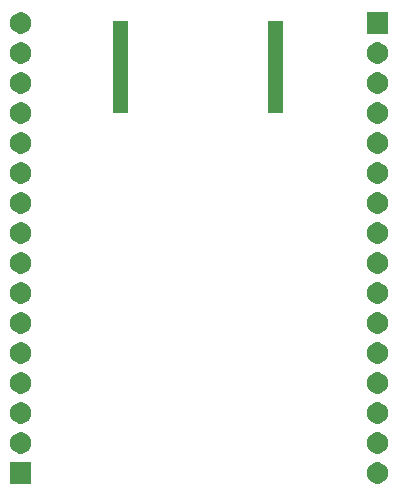
<source format=gbr>
G04 #@! TF.GenerationSoftware,KiCad,Pcbnew,(5.1.5)-3*
G04 #@! TF.CreationDate,2020-02-24T20:26:35-05:00*
G04 #@! TF.ProjectId,SRAM CY7C109D-10XI,5352414d-2043-4593-9743-313039442d31,rev?*
G04 #@! TF.SameCoordinates,Original*
G04 #@! TF.FileFunction,Soldermask,Top*
G04 #@! TF.FilePolarity,Negative*
%FSLAX46Y46*%
G04 Gerber Fmt 4.6, Leading zero omitted, Abs format (unit mm)*
G04 Created by KiCad (PCBNEW (5.1.5)-3) date 2020-02-24 20:26:35*
%MOMM*%
%LPD*%
G04 APERTURE LIST*
%ADD10C,0.100000*%
G04 APERTURE END LIST*
D10*
G36*
X125313512Y-143453927D02*
G01*
X125462812Y-143483624D01*
X125626784Y-143551544D01*
X125774354Y-143650147D01*
X125899853Y-143775646D01*
X125998456Y-143923216D01*
X126066376Y-144087188D01*
X126101000Y-144261259D01*
X126101000Y-144438741D01*
X126066376Y-144612812D01*
X125998456Y-144776784D01*
X125899853Y-144924354D01*
X125774354Y-145049853D01*
X125626784Y-145148456D01*
X125462812Y-145216376D01*
X125313512Y-145246073D01*
X125288742Y-145251000D01*
X125111258Y-145251000D01*
X125086488Y-145246073D01*
X124937188Y-145216376D01*
X124773216Y-145148456D01*
X124625646Y-145049853D01*
X124500147Y-144924354D01*
X124401544Y-144776784D01*
X124333624Y-144612812D01*
X124299000Y-144438741D01*
X124299000Y-144261259D01*
X124333624Y-144087188D01*
X124401544Y-143923216D01*
X124500147Y-143775646D01*
X124625646Y-143650147D01*
X124773216Y-143551544D01*
X124937188Y-143483624D01*
X125086488Y-143453927D01*
X125111258Y-143449000D01*
X125288742Y-143449000D01*
X125313512Y-143453927D01*
G37*
G36*
X95901000Y-145251000D02*
G01*
X94099000Y-145251000D01*
X94099000Y-143449000D01*
X95901000Y-143449000D01*
X95901000Y-145251000D01*
G37*
G36*
X125313512Y-140913927D02*
G01*
X125462812Y-140943624D01*
X125626784Y-141011544D01*
X125774354Y-141110147D01*
X125899853Y-141235646D01*
X125998456Y-141383216D01*
X126066376Y-141547188D01*
X126101000Y-141721259D01*
X126101000Y-141898741D01*
X126066376Y-142072812D01*
X125998456Y-142236784D01*
X125899853Y-142384354D01*
X125774354Y-142509853D01*
X125626784Y-142608456D01*
X125462812Y-142676376D01*
X125313512Y-142706073D01*
X125288742Y-142711000D01*
X125111258Y-142711000D01*
X125086488Y-142706073D01*
X124937188Y-142676376D01*
X124773216Y-142608456D01*
X124625646Y-142509853D01*
X124500147Y-142384354D01*
X124401544Y-142236784D01*
X124333624Y-142072812D01*
X124299000Y-141898741D01*
X124299000Y-141721259D01*
X124333624Y-141547188D01*
X124401544Y-141383216D01*
X124500147Y-141235646D01*
X124625646Y-141110147D01*
X124773216Y-141011544D01*
X124937188Y-140943624D01*
X125086488Y-140913927D01*
X125111258Y-140909000D01*
X125288742Y-140909000D01*
X125313512Y-140913927D01*
G37*
G36*
X95113512Y-140913927D02*
G01*
X95262812Y-140943624D01*
X95426784Y-141011544D01*
X95574354Y-141110147D01*
X95699853Y-141235646D01*
X95798456Y-141383216D01*
X95866376Y-141547188D01*
X95901000Y-141721259D01*
X95901000Y-141898741D01*
X95866376Y-142072812D01*
X95798456Y-142236784D01*
X95699853Y-142384354D01*
X95574354Y-142509853D01*
X95426784Y-142608456D01*
X95262812Y-142676376D01*
X95113512Y-142706073D01*
X95088742Y-142711000D01*
X94911258Y-142711000D01*
X94886488Y-142706073D01*
X94737188Y-142676376D01*
X94573216Y-142608456D01*
X94425646Y-142509853D01*
X94300147Y-142384354D01*
X94201544Y-142236784D01*
X94133624Y-142072812D01*
X94099000Y-141898741D01*
X94099000Y-141721259D01*
X94133624Y-141547188D01*
X94201544Y-141383216D01*
X94300147Y-141235646D01*
X94425646Y-141110147D01*
X94573216Y-141011544D01*
X94737188Y-140943624D01*
X94886488Y-140913927D01*
X94911258Y-140909000D01*
X95088742Y-140909000D01*
X95113512Y-140913927D01*
G37*
G36*
X95113512Y-138373927D02*
G01*
X95262812Y-138403624D01*
X95426784Y-138471544D01*
X95574354Y-138570147D01*
X95699853Y-138695646D01*
X95798456Y-138843216D01*
X95866376Y-139007188D01*
X95901000Y-139181259D01*
X95901000Y-139358741D01*
X95866376Y-139532812D01*
X95798456Y-139696784D01*
X95699853Y-139844354D01*
X95574354Y-139969853D01*
X95426784Y-140068456D01*
X95262812Y-140136376D01*
X95113512Y-140166073D01*
X95088742Y-140171000D01*
X94911258Y-140171000D01*
X94886488Y-140166073D01*
X94737188Y-140136376D01*
X94573216Y-140068456D01*
X94425646Y-139969853D01*
X94300147Y-139844354D01*
X94201544Y-139696784D01*
X94133624Y-139532812D01*
X94099000Y-139358741D01*
X94099000Y-139181259D01*
X94133624Y-139007188D01*
X94201544Y-138843216D01*
X94300147Y-138695646D01*
X94425646Y-138570147D01*
X94573216Y-138471544D01*
X94737188Y-138403624D01*
X94886488Y-138373927D01*
X94911258Y-138369000D01*
X95088742Y-138369000D01*
X95113512Y-138373927D01*
G37*
G36*
X125313512Y-138373927D02*
G01*
X125462812Y-138403624D01*
X125626784Y-138471544D01*
X125774354Y-138570147D01*
X125899853Y-138695646D01*
X125998456Y-138843216D01*
X126066376Y-139007188D01*
X126101000Y-139181259D01*
X126101000Y-139358741D01*
X126066376Y-139532812D01*
X125998456Y-139696784D01*
X125899853Y-139844354D01*
X125774354Y-139969853D01*
X125626784Y-140068456D01*
X125462812Y-140136376D01*
X125313512Y-140166073D01*
X125288742Y-140171000D01*
X125111258Y-140171000D01*
X125086488Y-140166073D01*
X124937188Y-140136376D01*
X124773216Y-140068456D01*
X124625646Y-139969853D01*
X124500147Y-139844354D01*
X124401544Y-139696784D01*
X124333624Y-139532812D01*
X124299000Y-139358741D01*
X124299000Y-139181259D01*
X124333624Y-139007188D01*
X124401544Y-138843216D01*
X124500147Y-138695646D01*
X124625646Y-138570147D01*
X124773216Y-138471544D01*
X124937188Y-138403624D01*
X125086488Y-138373927D01*
X125111258Y-138369000D01*
X125288742Y-138369000D01*
X125313512Y-138373927D01*
G37*
G36*
X95113512Y-135833927D02*
G01*
X95262812Y-135863624D01*
X95426784Y-135931544D01*
X95574354Y-136030147D01*
X95699853Y-136155646D01*
X95798456Y-136303216D01*
X95866376Y-136467188D01*
X95901000Y-136641259D01*
X95901000Y-136818741D01*
X95866376Y-136992812D01*
X95798456Y-137156784D01*
X95699853Y-137304354D01*
X95574354Y-137429853D01*
X95426784Y-137528456D01*
X95262812Y-137596376D01*
X95113512Y-137626073D01*
X95088742Y-137631000D01*
X94911258Y-137631000D01*
X94886488Y-137626073D01*
X94737188Y-137596376D01*
X94573216Y-137528456D01*
X94425646Y-137429853D01*
X94300147Y-137304354D01*
X94201544Y-137156784D01*
X94133624Y-136992812D01*
X94099000Y-136818741D01*
X94099000Y-136641259D01*
X94133624Y-136467188D01*
X94201544Y-136303216D01*
X94300147Y-136155646D01*
X94425646Y-136030147D01*
X94573216Y-135931544D01*
X94737188Y-135863624D01*
X94886488Y-135833927D01*
X94911258Y-135829000D01*
X95088742Y-135829000D01*
X95113512Y-135833927D01*
G37*
G36*
X125313512Y-135833927D02*
G01*
X125462812Y-135863624D01*
X125626784Y-135931544D01*
X125774354Y-136030147D01*
X125899853Y-136155646D01*
X125998456Y-136303216D01*
X126066376Y-136467188D01*
X126101000Y-136641259D01*
X126101000Y-136818741D01*
X126066376Y-136992812D01*
X125998456Y-137156784D01*
X125899853Y-137304354D01*
X125774354Y-137429853D01*
X125626784Y-137528456D01*
X125462812Y-137596376D01*
X125313512Y-137626073D01*
X125288742Y-137631000D01*
X125111258Y-137631000D01*
X125086488Y-137626073D01*
X124937188Y-137596376D01*
X124773216Y-137528456D01*
X124625646Y-137429853D01*
X124500147Y-137304354D01*
X124401544Y-137156784D01*
X124333624Y-136992812D01*
X124299000Y-136818741D01*
X124299000Y-136641259D01*
X124333624Y-136467188D01*
X124401544Y-136303216D01*
X124500147Y-136155646D01*
X124625646Y-136030147D01*
X124773216Y-135931544D01*
X124937188Y-135863624D01*
X125086488Y-135833927D01*
X125111258Y-135829000D01*
X125288742Y-135829000D01*
X125313512Y-135833927D01*
G37*
G36*
X95113512Y-133293927D02*
G01*
X95262812Y-133323624D01*
X95426784Y-133391544D01*
X95574354Y-133490147D01*
X95699853Y-133615646D01*
X95798456Y-133763216D01*
X95866376Y-133927188D01*
X95901000Y-134101259D01*
X95901000Y-134278741D01*
X95866376Y-134452812D01*
X95798456Y-134616784D01*
X95699853Y-134764354D01*
X95574354Y-134889853D01*
X95426784Y-134988456D01*
X95262812Y-135056376D01*
X95113512Y-135086073D01*
X95088742Y-135091000D01*
X94911258Y-135091000D01*
X94886488Y-135086073D01*
X94737188Y-135056376D01*
X94573216Y-134988456D01*
X94425646Y-134889853D01*
X94300147Y-134764354D01*
X94201544Y-134616784D01*
X94133624Y-134452812D01*
X94099000Y-134278741D01*
X94099000Y-134101259D01*
X94133624Y-133927188D01*
X94201544Y-133763216D01*
X94300147Y-133615646D01*
X94425646Y-133490147D01*
X94573216Y-133391544D01*
X94737188Y-133323624D01*
X94886488Y-133293927D01*
X94911258Y-133289000D01*
X95088742Y-133289000D01*
X95113512Y-133293927D01*
G37*
G36*
X125313512Y-133293927D02*
G01*
X125462812Y-133323624D01*
X125626784Y-133391544D01*
X125774354Y-133490147D01*
X125899853Y-133615646D01*
X125998456Y-133763216D01*
X126066376Y-133927188D01*
X126101000Y-134101259D01*
X126101000Y-134278741D01*
X126066376Y-134452812D01*
X125998456Y-134616784D01*
X125899853Y-134764354D01*
X125774354Y-134889853D01*
X125626784Y-134988456D01*
X125462812Y-135056376D01*
X125313512Y-135086073D01*
X125288742Y-135091000D01*
X125111258Y-135091000D01*
X125086488Y-135086073D01*
X124937188Y-135056376D01*
X124773216Y-134988456D01*
X124625646Y-134889853D01*
X124500147Y-134764354D01*
X124401544Y-134616784D01*
X124333624Y-134452812D01*
X124299000Y-134278741D01*
X124299000Y-134101259D01*
X124333624Y-133927188D01*
X124401544Y-133763216D01*
X124500147Y-133615646D01*
X124625646Y-133490147D01*
X124773216Y-133391544D01*
X124937188Y-133323624D01*
X125086488Y-133293927D01*
X125111258Y-133289000D01*
X125288742Y-133289000D01*
X125313512Y-133293927D01*
G37*
G36*
X95113512Y-130753927D02*
G01*
X95262812Y-130783624D01*
X95426784Y-130851544D01*
X95574354Y-130950147D01*
X95699853Y-131075646D01*
X95798456Y-131223216D01*
X95866376Y-131387188D01*
X95901000Y-131561259D01*
X95901000Y-131738741D01*
X95866376Y-131912812D01*
X95798456Y-132076784D01*
X95699853Y-132224354D01*
X95574354Y-132349853D01*
X95426784Y-132448456D01*
X95262812Y-132516376D01*
X95113512Y-132546073D01*
X95088742Y-132551000D01*
X94911258Y-132551000D01*
X94886488Y-132546073D01*
X94737188Y-132516376D01*
X94573216Y-132448456D01*
X94425646Y-132349853D01*
X94300147Y-132224354D01*
X94201544Y-132076784D01*
X94133624Y-131912812D01*
X94099000Y-131738741D01*
X94099000Y-131561259D01*
X94133624Y-131387188D01*
X94201544Y-131223216D01*
X94300147Y-131075646D01*
X94425646Y-130950147D01*
X94573216Y-130851544D01*
X94737188Y-130783624D01*
X94886488Y-130753927D01*
X94911258Y-130749000D01*
X95088742Y-130749000D01*
X95113512Y-130753927D01*
G37*
G36*
X125313512Y-130753927D02*
G01*
X125462812Y-130783624D01*
X125626784Y-130851544D01*
X125774354Y-130950147D01*
X125899853Y-131075646D01*
X125998456Y-131223216D01*
X126066376Y-131387188D01*
X126101000Y-131561259D01*
X126101000Y-131738741D01*
X126066376Y-131912812D01*
X125998456Y-132076784D01*
X125899853Y-132224354D01*
X125774354Y-132349853D01*
X125626784Y-132448456D01*
X125462812Y-132516376D01*
X125313512Y-132546073D01*
X125288742Y-132551000D01*
X125111258Y-132551000D01*
X125086488Y-132546073D01*
X124937188Y-132516376D01*
X124773216Y-132448456D01*
X124625646Y-132349853D01*
X124500147Y-132224354D01*
X124401544Y-132076784D01*
X124333624Y-131912812D01*
X124299000Y-131738741D01*
X124299000Y-131561259D01*
X124333624Y-131387188D01*
X124401544Y-131223216D01*
X124500147Y-131075646D01*
X124625646Y-130950147D01*
X124773216Y-130851544D01*
X124937188Y-130783624D01*
X125086488Y-130753927D01*
X125111258Y-130749000D01*
X125288742Y-130749000D01*
X125313512Y-130753927D01*
G37*
G36*
X125313512Y-128213927D02*
G01*
X125462812Y-128243624D01*
X125626784Y-128311544D01*
X125774354Y-128410147D01*
X125899853Y-128535646D01*
X125998456Y-128683216D01*
X126066376Y-128847188D01*
X126101000Y-129021259D01*
X126101000Y-129198741D01*
X126066376Y-129372812D01*
X125998456Y-129536784D01*
X125899853Y-129684354D01*
X125774354Y-129809853D01*
X125626784Y-129908456D01*
X125462812Y-129976376D01*
X125313512Y-130006073D01*
X125288742Y-130011000D01*
X125111258Y-130011000D01*
X125086488Y-130006073D01*
X124937188Y-129976376D01*
X124773216Y-129908456D01*
X124625646Y-129809853D01*
X124500147Y-129684354D01*
X124401544Y-129536784D01*
X124333624Y-129372812D01*
X124299000Y-129198741D01*
X124299000Y-129021259D01*
X124333624Y-128847188D01*
X124401544Y-128683216D01*
X124500147Y-128535646D01*
X124625646Y-128410147D01*
X124773216Y-128311544D01*
X124937188Y-128243624D01*
X125086488Y-128213927D01*
X125111258Y-128209000D01*
X125288742Y-128209000D01*
X125313512Y-128213927D01*
G37*
G36*
X95113512Y-128213927D02*
G01*
X95262812Y-128243624D01*
X95426784Y-128311544D01*
X95574354Y-128410147D01*
X95699853Y-128535646D01*
X95798456Y-128683216D01*
X95866376Y-128847188D01*
X95901000Y-129021259D01*
X95901000Y-129198741D01*
X95866376Y-129372812D01*
X95798456Y-129536784D01*
X95699853Y-129684354D01*
X95574354Y-129809853D01*
X95426784Y-129908456D01*
X95262812Y-129976376D01*
X95113512Y-130006073D01*
X95088742Y-130011000D01*
X94911258Y-130011000D01*
X94886488Y-130006073D01*
X94737188Y-129976376D01*
X94573216Y-129908456D01*
X94425646Y-129809853D01*
X94300147Y-129684354D01*
X94201544Y-129536784D01*
X94133624Y-129372812D01*
X94099000Y-129198741D01*
X94099000Y-129021259D01*
X94133624Y-128847188D01*
X94201544Y-128683216D01*
X94300147Y-128535646D01*
X94425646Y-128410147D01*
X94573216Y-128311544D01*
X94737188Y-128243624D01*
X94886488Y-128213927D01*
X94911258Y-128209000D01*
X95088742Y-128209000D01*
X95113512Y-128213927D01*
G37*
G36*
X95113512Y-125673927D02*
G01*
X95262812Y-125703624D01*
X95426784Y-125771544D01*
X95574354Y-125870147D01*
X95699853Y-125995646D01*
X95798456Y-126143216D01*
X95866376Y-126307188D01*
X95901000Y-126481259D01*
X95901000Y-126658741D01*
X95866376Y-126832812D01*
X95798456Y-126996784D01*
X95699853Y-127144354D01*
X95574354Y-127269853D01*
X95426784Y-127368456D01*
X95262812Y-127436376D01*
X95113512Y-127466073D01*
X95088742Y-127471000D01*
X94911258Y-127471000D01*
X94886488Y-127466073D01*
X94737188Y-127436376D01*
X94573216Y-127368456D01*
X94425646Y-127269853D01*
X94300147Y-127144354D01*
X94201544Y-126996784D01*
X94133624Y-126832812D01*
X94099000Y-126658741D01*
X94099000Y-126481259D01*
X94133624Y-126307188D01*
X94201544Y-126143216D01*
X94300147Y-125995646D01*
X94425646Y-125870147D01*
X94573216Y-125771544D01*
X94737188Y-125703624D01*
X94886488Y-125673927D01*
X94911258Y-125669000D01*
X95088742Y-125669000D01*
X95113512Y-125673927D01*
G37*
G36*
X125313512Y-125673927D02*
G01*
X125462812Y-125703624D01*
X125626784Y-125771544D01*
X125774354Y-125870147D01*
X125899853Y-125995646D01*
X125998456Y-126143216D01*
X126066376Y-126307188D01*
X126101000Y-126481259D01*
X126101000Y-126658741D01*
X126066376Y-126832812D01*
X125998456Y-126996784D01*
X125899853Y-127144354D01*
X125774354Y-127269853D01*
X125626784Y-127368456D01*
X125462812Y-127436376D01*
X125313512Y-127466073D01*
X125288742Y-127471000D01*
X125111258Y-127471000D01*
X125086488Y-127466073D01*
X124937188Y-127436376D01*
X124773216Y-127368456D01*
X124625646Y-127269853D01*
X124500147Y-127144354D01*
X124401544Y-126996784D01*
X124333624Y-126832812D01*
X124299000Y-126658741D01*
X124299000Y-126481259D01*
X124333624Y-126307188D01*
X124401544Y-126143216D01*
X124500147Y-125995646D01*
X124625646Y-125870147D01*
X124773216Y-125771544D01*
X124937188Y-125703624D01*
X125086488Y-125673927D01*
X125111258Y-125669000D01*
X125288742Y-125669000D01*
X125313512Y-125673927D01*
G37*
G36*
X125313512Y-123133927D02*
G01*
X125462812Y-123163624D01*
X125626784Y-123231544D01*
X125774354Y-123330147D01*
X125899853Y-123455646D01*
X125998456Y-123603216D01*
X126066376Y-123767188D01*
X126101000Y-123941259D01*
X126101000Y-124118741D01*
X126066376Y-124292812D01*
X125998456Y-124456784D01*
X125899853Y-124604354D01*
X125774354Y-124729853D01*
X125626784Y-124828456D01*
X125462812Y-124896376D01*
X125313512Y-124926073D01*
X125288742Y-124931000D01*
X125111258Y-124931000D01*
X125086488Y-124926073D01*
X124937188Y-124896376D01*
X124773216Y-124828456D01*
X124625646Y-124729853D01*
X124500147Y-124604354D01*
X124401544Y-124456784D01*
X124333624Y-124292812D01*
X124299000Y-124118741D01*
X124299000Y-123941259D01*
X124333624Y-123767188D01*
X124401544Y-123603216D01*
X124500147Y-123455646D01*
X124625646Y-123330147D01*
X124773216Y-123231544D01*
X124937188Y-123163624D01*
X125086488Y-123133927D01*
X125111258Y-123129000D01*
X125288742Y-123129000D01*
X125313512Y-123133927D01*
G37*
G36*
X95113512Y-123133927D02*
G01*
X95262812Y-123163624D01*
X95426784Y-123231544D01*
X95574354Y-123330147D01*
X95699853Y-123455646D01*
X95798456Y-123603216D01*
X95866376Y-123767188D01*
X95901000Y-123941259D01*
X95901000Y-124118741D01*
X95866376Y-124292812D01*
X95798456Y-124456784D01*
X95699853Y-124604354D01*
X95574354Y-124729853D01*
X95426784Y-124828456D01*
X95262812Y-124896376D01*
X95113512Y-124926073D01*
X95088742Y-124931000D01*
X94911258Y-124931000D01*
X94886488Y-124926073D01*
X94737188Y-124896376D01*
X94573216Y-124828456D01*
X94425646Y-124729853D01*
X94300147Y-124604354D01*
X94201544Y-124456784D01*
X94133624Y-124292812D01*
X94099000Y-124118741D01*
X94099000Y-123941259D01*
X94133624Y-123767188D01*
X94201544Y-123603216D01*
X94300147Y-123455646D01*
X94425646Y-123330147D01*
X94573216Y-123231544D01*
X94737188Y-123163624D01*
X94886488Y-123133927D01*
X94911258Y-123129000D01*
X95088742Y-123129000D01*
X95113512Y-123133927D01*
G37*
G36*
X95113512Y-120593927D02*
G01*
X95262812Y-120623624D01*
X95426784Y-120691544D01*
X95574354Y-120790147D01*
X95699853Y-120915646D01*
X95798456Y-121063216D01*
X95866376Y-121227188D01*
X95901000Y-121401259D01*
X95901000Y-121578741D01*
X95866376Y-121752812D01*
X95798456Y-121916784D01*
X95699853Y-122064354D01*
X95574354Y-122189853D01*
X95426784Y-122288456D01*
X95262812Y-122356376D01*
X95113512Y-122386073D01*
X95088742Y-122391000D01*
X94911258Y-122391000D01*
X94886488Y-122386073D01*
X94737188Y-122356376D01*
X94573216Y-122288456D01*
X94425646Y-122189853D01*
X94300147Y-122064354D01*
X94201544Y-121916784D01*
X94133624Y-121752812D01*
X94099000Y-121578741D01*
X94099000Y-121401259D01*
X94133624Y-121227188D01*
X94201544Y-121063216D01*
X94300147Y-120915646D01*
X94425646Y-120790147D01*
X94573216Y-120691544D01*
X94737188Y-120623624D01*
X94886488Y-120593927D01*
X94911258Y-120589000D01*
X95088742Y-120589000D01*
X95113512Y-120593927D01*
G37*
G36*
X125313512Y-120593927D02*
G01*
X125462812Y-120623624D01*
X125626784Y-120691544D01*
X125774354Y-120790147D01*
X125899853Y-120915646D01*
X125998456Y-121063216D01*
X126066376Y-121227188D01*
X126101000Y-121401259D01*
X126101000Y-121578741D01*
X126066376Y-121752812D01*
X125998456Y-121916784D01*
X125899853Y-122064354D01*
X125774354Y-122189853D01*
X125626784Y-122288456D01*
X125462812Y-122356376D01*
X125313512Y-122386073D01*
X125288742Y-122391000D01*
X125111258Y-122391000D01*
X125086488Y-122386073D01*
X124937188Y-122356376D01*
X124773216Y-122288456D01*
X124625646Y-122189853D01*
X124500147Y-122064354D01*
X124401544Y-121916784D01*
X124333624Y-121752812D01*
X124299000Y-121578741D01*
X124299000Y-121401259D01*
X124333624Y-121227188D01*
X124401544Y-121063216D01*
X124500147Y-120915646D01*
X124625646Y-120790147D01*
X124773216Y-120691544D01*
X124937188Y-120623624D01*
X125086488Y-120593927D01*
X125111258Y-120589000D01*
X125288742Y-120589000D01*
X125313512Y-120593927D01*
G37*
G36*
X95113512Y-118053927D02*
G01*
X95262812Y-118083624D01*
X95426784Y-118151544D01*
X95574354Y-118250147D01*
X95699853Y-118375646D01*
X95798456Y-118523216D01*
X95866376Y-118687188D01*
X95901000Y-118861259D01*
X95901000Y-119038741D01*
X95866376Y-119212812D01*
X95798456Y-119376784D01*
X95699853Y-119524354D01*
X95574354Y-119649853D01*
X95426784Y-119748456D01*
X95262812Y-119816376D01*
X95113512Y-119846073D01*
X95088742Y-119851000D01*
X94911258Y-119851000D01*
X94886488Y-119846073D01*
X94737188Y-119816376D01*
X94573216Y-119748456D01*
X94425646Y-119649853D01*
X94300147Y-119524354D01*
X94201544Y-119376784D01*
X94133624Y-119212812D01*
X94099000Y-119038741D01*
X94099000Y-118861259D01*
X94133624Y-118687188D01*
X94201544Y-118523216D01*
X94300147Y-118375646D01*
X94425646Y-118250147D01*
X94573216Y-118151544D01*
X94737188Y-118083624D01*
X94886488Y-118053927D01*
X94911258Y-118049000D01*
X95088742Y-118049000D01*
X95113512Y-118053927D01*
G37*
G36*
X125313512Y-118053927D02*
G01*
X125462812Y-118083624D01*
X125626784Y-118151544D01*
X125774354Y-118250147D01*
X125899853Y-118375646D01*
X125998456Y-118523216D01*
X126066376Y-118687188D01*
X126101000Y-118861259D01*
X126101000Y-119038741D01*
X126066376Y-119212812D01*
X125998456Y-119376784D01*
X125899853Y-119524354D01*
X125774354Y-119649853D01*
X125626784Y-119748456D01*
X125462812Y-119816376D01*
X125313512Y-119846073D01*
X125288742Y-119851000D01*
X125111258Y-119851000D01*
X125086488Y-119846073D01*
X124937188Y-119816376D01*
X124773216Y-119748456D01*
X124625646Y-119649853D01*
X124500147Y-119524354D01*
X124401544Y-119376784D01*
X124333624Y-119212812D01*
X124299000Y-119038741D01*
X124299000Y-118861259D01*
X124333624Y-118687188D01*
X124401544Y-118523216D01*
X124500147Y-118375646D01*
X124625646Y-118250147D01*
X124773216Y-118151544D01*
X124937188Y-118083624D01*
X125086488Y-118053927D01*
X125111258Y-118049000D01*
X125288742Y-118049000D01*
X125313512Y-118053927D01*
G37*
G36*
X95113512Y-115513927D02*
G01*
X95262812Y-115543624D01*
X95426784Y-115611544D01*
X95574354Y-115710147D01*
X95699853Y-115835646D01*
X95798456Y-115983216D01*
X95866376Y-116147188D01*
X95901000Y-116321259D01*
X95901000Y-116498741D01*
X95866376Y-116672812D01*
X95798456Y-116836784D01*
X95699853Y-116984354D01*
X95574354Y-117109853D01*
X95426784Y-117208456D01*
X95262812Y-117276376D01*
X95113512Y-117306073D01*
X95088742Y-117311000D01*
X94911258Y-117311000D01*
X94886488Y-117306073D01*
X94737188Y-117276376D01*
X94573216Y-117208456D01*
X94425646Y-117109853D01*
X94300147Y-116984354D01*
X94201544Y-116836784D01*
X94133624Y-116672812D01*
X94099000Y-116498741D01*
X94099000Y-116321259D01*
X94133624Y-116147188D01*
X94201544Y-115983216D01*
X94300147Y-115835646D01*
X94425646Y-115710147D01*
X94573216Y-115611544D01*
X94737188Y-115543624D01*
X94886488Y-115513927D01*
X94911258Y-115509000D01*
X95088742Y-115509000D01*
X95113512Y-115513927D01*
G37*
G36*
X125313512Y-115513927D02*
G01*
X125462812Y-115543624D01*
X125626784Y-115611544D01*
X125774354Y-115710147D01*
X125899853Y-115835646D01*
X125998456Y-115983216D01*
X126066376Y-116147188D01*
X126101000Y-116321259D01*
X126101000Y-116498741D01*
X126066376Y-116672812D01*
X125998456Y-116836784D01*
X125899853Y-116984354D01*
X125774354Y-117109853D01*
X125626784Y-117208456D01*
X125462812Y-117276376D01*
X125313512Y-117306073D01*
X125288742Y-117311000D01*
X125111258Y-117311000D01*
X125086488Y-117306073D01*
X124937188Y-117276376D01*
X124773216Y-117208456D01*
X124625646Y-117109853D01*
X124500147Y-116984354D01*
X124401544Y-116836784D01*
X124333624Y-116672812D01*
X124299000Y-116498741D01*
X124299000Y-116321259D01*
X124333624Y-116147188D01*
X124401544Y-115983216D01*
X124500147Y-115835646D01*
X124625646Y-115710147D01*
X124773216Y-115611544D01*
X124937188Y-115543624D01*
X125086488Y-115513927D01*
X125111258Y-115509000D01*
X125288742Y-115509000D01*
X125313512Y-115513927D01*
G37*
G36*
X125313512Y-112973927D02*
G01*
X125462812Y-113003624D01*
X125626784Y-113071544D01*
X125774354Y-113170147D01*
X125899853Y-113295646D01*
X125998456Y-113443216D01*
X126066376Y-113607188D01*
X126101000Y-113781259D01*
X126101000Y-113958741D01*
X126066376Y-114132812D01*
X125998456Y-114296784D01*
X125899853Y-114444354D01*
X125774354Y-114569853D01*
X125626784Y-114668456D01*
X125462812Y-114736376D01*
X125313512Y-114766073D01*
X125288742Y-114771000D01*
X125111258Y-114771000D01*
X125086488Y-114766073D01*
X124937188Y-114736376D01*
X124773216Y-114668456D01*
X124625646Y-114569853D01*
X124500147Y-114444354D01*
X124401544Y-114296784D01*
X124333624Y-114132812D01*
X124299000Y-113958741D01*
X124299000Y-113781259D01*
X124333624Y-113607188D01*
X124401544Y-113443216D01*
X124500147Y-113295646D01*
X124625646Y-113170147D01*
X124773216Y-113071544D01*
X124937188Y-113003624D01*
X125086488Y-112973927D01*
X125111258Y-112969000D01*
X125288742Y-112969000D01*
X125313512Y-112973927D01*
G37*
G36*
X95113512Y-112973927D02*
G01*
X95262812Y-113003624D01*
X95426784Y-113071544D01*
X95574354Y-113170147D01*
X95699853Y-113295646D01*
X95798456Y-113443216D01*
X95866376Y-113607188D01*
X95901000Y-113781259D01*
X95901000Y-113958741D01*
X95866376Y-114132812D01*
X95798456Y-114296784D01*
X95699853Y-114444354D01*
X95574354Y-114569853D01*
X95426784Y-114668456D01*
X95262812Y-114736376D01*
X95113512Y-114766073D01*
X95088742Y-114771000D01*
X94911258Y-114771000D01*
X94886488Y-114766073D01*
X94737188Y-114736376D01*
X94573216Y-114668456D01*
X94425646Y-114569853D01*
X94300147Y-114444354D01*
X94201544Y-114296784D01*
X94133624Y-114132812D01*
X94099000Y-113958741D01*
X94099000Y-113781259D01*
X94133624Y-113607188D01*
X94201544Y-113443216D01*
X94300147Y-113295646D01*
X94425646Y-113170147D01*
X94573216Y-113071544D01*
X94737188Y-113003624D01*
X94886488Y-112973927D01*
X94911258Y-112969000D01*
X95088742Y-112969000D01*
X95113512Y-112973927D01*
G37*
G36*
X117195497Y-113895300D02*
G01*
X115905299Y-113895300D01*
X115905299Y-106104700D01*
X117195497Y-106104700D01*
X117195497Y-113895300D01*
G37*
G36*
X104094701Y-113895300D02*
G01*
X102804503Y-113895300D01*
X102804503Y-106104700D01*
X104094701Y-106104700D01*
X104094701Y-113895300D01*
G37*
G36*
X125313512Y-110433927D02*
G01*
X125462812Y-110463624D01*
X125626784Y-110531544D01*
X125774354Y-110630147D01*
X125899853Y-110755646D01*
X125998456Y-110903216D01*
X126066376Y-111067188D01*
X126101000Y-111241259D01*
X126101000Y-111418741D01*
X126066376Y-111592812D01*
X125998456Y-111756784D01*
X125899853Y-111904354D01*
X125774354Y-112029853D01*
X125626784Y-112128456D01*
X125462812Y-112196376D01*
X125313512Y-112226073D01*
X125288742Y-112231000D01*
X125111258Y-112231000D01*
X125086488Y-112226073D01*
X124937188Y-112196376D01*
X124773216Y-112128456D01*
X124625646Y-112029853D01*
X124500147Y-111904354D01*
X124401544Y-111756784D01*
X124333624Y-111592812D01*
X124299000Y-111418741D01*
X124299000Y-111241259D01*
X124333624Y-111067188D01*
X124401544Y-110903216D01*
X124500147Y-110755646D01*
X124625646Y-110630147D01*
X124773216Y-110531544D01*
X124937188Y-110463624D01*
X125086488Y-110433927D01*
X125111258Y-110429000D01*
X125288742Y-110429000D01*
X125313512Y-110433927D01*
G37*
G36*
X95113512Y-110433927D02*
G01*
X95262812Y-110463624D01*
X95426784Y-110531544D01*
X95574354Y-110630147D01*
X95699853Y-110755646D01*
X95798456Y-110903216D01*
X95866376Y-111067188D01*
X95901000Y-111241259D01*
X95901000Y-111418741D01*
X95866376Y-111592812D01*
X95798456Y-111756784D01*
X95699853Y-111904354D01*
X95574354Y-112029853D01*
X95426784Y-112128456D01*
X95262812Y-112196376D01*
X95113512Y-112226073D01*
X95088742Y-112231000D01*
X94911258Y-112231000D01*
X94886488Y-112226073D01*
X94737188Y-112196376D01*
X94573216Y-112128456D01*
X94425646Y-112029853D01*
X94300147Y-111904354D01*
X94201544Y-111756784D01*
X94133624Y-111592812D01*
X94099000Y-111418741D01*
X94099000Y-111241259D01*
X94133624Y-111067188D01*
X94201544Y-110903216D01*
X94300147Y-110755646D01*
X94425646Y-110630147D01*
X94573216Y-110531544D01*
X94737188Y-110463624D01*
X94886488Y-110433927D01*
X94911258Y-110429000D01*
X95088742Y-110429000D01*
X95113512Y-110433927D01*
G37*
G36*
X125313512Y-107893927D02*
G01*
X125462812Y-107923624D01*
X125626784Y-107991544D01*
X125774354Y-108090147D01*
X125899853Y-108215646D01*
X125998456Y-108363216D01*
X126066376Y-108527188D01*
X126101000Y-108701259D01*
X126101000Y-108878741D01*
X126066376Y-109052812D01*
X125998456Y-109216784D01*
X125899853Y-109364354D01*
X125774354Y-109489853D01*
X125626784Y-109588456D01*
X125462812Y-109656376D01*
X125313512Y-109686073D01*
X125288742Y-109691000D01*
X125111258Y-109691000D01*
X125086488Y-109686073D01*
X124937188Y-109656376D01*
X124773216Y-109588456D01*
X124625646Y-109489853D01*
X124500147Y-109364354D01*
X124401544Y-109216784D01*
X124333624Y-109052812D01*
X124299000Y-108878741D01*
X124299000Y-108701259D01*
X124333624Y-108527188D01*
X124401544Y-108363216D01*
X124500147Y-108215646D01*
X124625646Y-108090147D01*
X124773216Y-107991544D01*
X124937188Y-107923624D01*
X125086488Y-107893927D01*
X125111258Y-107889000D01*
X125288742Y-107889000D01*
X125313512Y-107893927D01*
G37*
G36*
X95113512Y-107893927D02*
G01*
X95262812Y-107923624D01*
X95426784Y-107991544D01*
X95574354Y-108090147D01*
X95699853Y-108215646D01*
X95798456Y-108363216D01*
X95866376Y-108527188D01*
X95901000Y-108701259D01*
X95901000Y-108878741D01*
X95866376Y-109052812D01*
X95798456Y-109216784D01*
X95699853Y-109364354D01*
X95574354Y-109489853D01*
X95426784Y-109588456D01*
X95262812Y-109656376D01*
X95113512Y-109686073D01*
X95088742Y-109691000D01*
X94911258Y-109691000D01*
X94886488Y-109686073D01*
X94737188Y-109656376D01*
X94573216Y-109588456D01*
X94425646Y-109489853D01*
X94300147Y-109364354D01*
X94201544Y-109216784D01*
X94133624Y-109052812D01*
X94099000Y-108878741D01*
X94099000Y-108701259D01*
X94133624Y-108527188D01*
X94201544Y-108363216D01*
X94300147Y-108215646D01*
X94425646Y-108090147D01*
X94573216Y-107991544D01*
X94737188Y-107923624D01*
X94886488Y-107893927D01*
X94911258Y-107889000D01*
X95088742Y-107889000D01*
X95113512Y-107893927D01*
G37*
G36*
X126101000Y-107151000D02*
G01*
X124299000Y-107151000D01*
X124299000Y-105349000D01*
X126101000Y-105349000D01*
X126101000Y-107151000D01*
G37*
G36*
X95113512Y-105353927D02*
G01*
X95262812Y-105383624D01*
X95426784Y-105451544D01*
X95574354Y-105550147D01*
X95699853Y-105675646D01*
X95798456Y-105823216D01*
X95866376Y-105987188D01*
X95901000Y-106161259D01*
X95901000Y-106338741D01*
X95866376Y-106512812D01*
X95798456Y-106676784D01*
X95699853Y-106824354D01*
X95574354Y-106949853D01*
X95426784Y-107048456D01*
X95262812Y-107116376D01*
X95113512Y-107146073D01*
X95088742Y-107151000D01*
X94911258Y-107151000D01*
X94886488Y-107146073D01*
X94737188Y-107116376D01*
X94573216Y-107048456D01*
X94425646Y-106949853D01*
X94300147Y-106824354D01*
X94201544Y-106676784D01*
X94133624Y-106512812D01*
X94099000Y-106338741D01*
X94099000Y-106161259D01*
X94133624Y-105987188D01*
X94201544Y-105823216D01*
X94300147Y-105675646D01*
X94425646Y-105550147D01*
X94573216Y-105451544D01*
X94737188Y-105383624D01*
X94886488Y-105353927D01*
X94911258Y-105349000D01*
X95088742Y-105349000D01*
X95113512Y-105353927D01*
G37*
M02*

</source>
